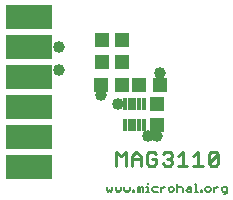
<source format=gts>
G75*
%MOIN*%
%OFA0B0*%
%FSLAX25Y25*%
%IPPOS*%
%LPD*%
%AMOC8*
5,1,8,0,0,1.08239X$1,22.5*
%
%ADD10C,0.00600*%
%ADD11C,0.00900*%
%ADD12R,0.01666X0.03950*%
%ADD13R,0.15800X0.08400*%
%ADD14R,0.04737X0.05131*%
%ADD15R,0.04934X0.05052*%
%ADD16R,0.05052X0.04934*%
%ADD17C,0.03975*%
D10*
X0046300Y0009034D02*
X0046734Y0008600D01*
X0047167Y0009034D01*
X0047601Y0008600D01*
X0048035Y0009034D01*
X0048035Y0010335D01*
X0049247Y0010335D02*
X0049247Y0009034D01*
X0049680Y0008600D01*
X0050114Y0009034D01*
X0050548Y0008600D01*
X0050981Y0009034D01*
X0050981Y0010335D01*
X0052193Y0010335D02*
X0052193Y0009034D01*
X0052627Y0008600D01*
X0053060Y0009034D01*
X0053494Y0008600D01*
X0053928Y0009034D01*
X0053928Y0010335D01*
X0055140Y0009034D02*
X0055573Y0009034D01*
X0055573Y0008600D01*
X0055140Y0008600D01*
X0055140Y0009034D01*
X0056613Y0008600D02*
X0056613Y0010335D01*
X0057047Y0010335D01*
X0057480Y0009901D01*
X0057914Y0010335D01*
X0058348Y0009901D01*
X0058348Y0008600D01*
X0057480Y0008600D02*
X0057480Y0009901D01*
X0059559Y0010335D02*
X0059993Y0010335D01*
X0059993Y0008600D01*
X0059559Y0008600D02*
X0060427Y0008600D01*
X0061524Y0009034D02*
X0061957Y0008600D01*
X0063258Y0008600D01*
X0064470Y0008600D02*
X0064470Y0010335D01*
X0065338Y0010335D02*
X0065771Y0010335D01*
X0065338Y0010335D02*
X0064470Y0009467D01*
X0063258Y0010335D02*
X0061957Y0010335D01*
X0061524Y0009901D01*
X0061524Y0009034D01*
X0059993Y0011202D02*
X0059993Y0011636D01*
X0066926Y0009901D02*
X0066926Y0009034D01*
X0067359Y0008600D01*
X0068227Y0008600D01*
X0068660Y0009034D01*
X0068660Y0009901D01*
X0068227Y0010335D01*
X0067359Y0010335D01*
X0066926Y0009901D01*
X0069872Y0009901D02*
X0070306Y0010335D01*
X0071173Y0010335D01*
X0071607Y0009901D01*
X0071607Y0008600D01*
X0072819Y0009034D02*
X0073252Y0009467D01*
X0074553Y0009467D01*
X0074553Y0009901D02*
X0074553Y0008600D01*
X0073252Y0008600D01*
X0072819Y0009034D01*
X0073252Y0010335D02*
X0074120Y0010335D01*
X0074553Y0009901D01*
X0075765Y0008600D02*
X0076633Y0008600D01*
X0076199Y0008600D02*
X0076199Y0011202D01*
X0075765Y0011202D01*
X0077730Y0009034D02*
X0078163Y0009034D01*
X0078163Y0008600D01*
X0077730Y0008600D01*
X0077730Y0009034D01*
X0079203Y0009034D02*
X0079636Y0008600D01*
X0080504Y0008600D01*
X0080938Y0009034D01*
X0080938Y0009901D01*
X0080504Y0010335D01*
X0079636Y0010335D01*
X0079203Y0009901D01*
X0079203Y0009034D01*
X0082149Y0009467D02*
X0083017Y0010335D01*
X0083450Y0010335D01*
X0084605Y0009901D02*
X0084605Y0009034D01*
X0085038Y0008600D01*
X0086340Y0008600D01*
X0086340Y0008166D02*
X0086340Y0010335D01*
X0085038Y0010335D01*
X0084605Y0009901D01*
X0086340Y0008166D02*
X0085906Y0007733D01*
X0085472Y0007733D01*
X0082149Y0008600D02*
X0082149Y0010335D01*
X0069872Y0011202D02*
X0069872Y0008600D01*
X0046300Y0009034D02*
X0046300Y0010335D01*
D11*
X0049450Y0017250D02*
X0049450Y0021954D01*
X0051018Y0020386D01*
X0052586Y0021954D01*
X0052586Y0017250D01*
X0054606Y0017250D02*
X0054606Y0020386D01*
X0056174Y0021954D01*
X0057742Y0020386D01*
X0057742Y0017250D01*
X0059763Y0018034D02*
X0060547Y0017250D01*
X0062115Y0017250D01*
X0062899Y0018034D01*
X0062899Y0019602D01*
X0061331Y0019602D01*
X0059763Y0021170D02*
X0059763Y0018034D01*
X0057742Y0019602D02*
X0054606Y0019602D01*
X0059763Y0021170D02*
X0060547Y0021954D01*
X0062115Y0021954D01*
X0062899Y0021170D01*
X0064919Y0021170D02*
X0065703Y0021954D01*
X0067271Y0021954D01*
X0068055Y0021170D01*
X0068055Y0020386D01*
X0067271Y0019602D01*
X0068055Y0018818D01*
X0068055Y0018034D01*
X0067271Y0017250D01*
X0065703Y0017250D01*
X0064919Y0018034D01*
X0066487Y0019602D02*
X0067271Y0019602D01*
X0070076Y0020386D02*
X0071644Y0021954D01*
X0071644Y0017250D01*
X0070076Y0017250D02*
X0073212Y0017250D01*
X0075232Y0017250D02*
X0078368Y0017250D01*
X0080388Y0018034D02*
X0083524Y0021170D01*
X0083524Y0018034D01*
X0082740Y0017250D01*
X0081172Y0017250D01*
X0080388Y0018034D01*
X0080388Y0021170D01*
X0081172Y0021954D01*
X0082740Y0021954D01*
X0083524Y0021170D01*
X0076800Y0021954D02*
X0076800Y0017250D01*
X0075232Y0020386D02*
X0076800Y0021954D01*
D12*
X0058650Y0030717D03*
X0057075Y0030717D03*
X0055500Y0030717D03*
X0053925Y0030717D03*
X0052350Y0030717D03*
X0052350Y0037883D03*
X0053925Y0037883D03*
X0055500Y0037883D03*
X0057075Y0037883D03*
X0058650Y0037883D03*
D13*
X0020500Y0016800D03*
X0020500Y0026800D03*
X0020500Y0036800D03*
X0020500Y0046800D03*
X0020500Y0056800D03*
X0020500Y0066800D03*
D14*
X0044654Y0059300D03*
X0051346Y0059300D03*
X0051346Y0051800D03*
X0044654Y0051800D03*
D15*
X0044555Y0044300D03*
X0051445Y0044300D03*
X0057055Y0044300D03*
X0063945Y0044300D03*
D16*
X0063000Y0037745D03*
X0063000Y0030855D03*
D17*
X0063000Y0027300D03*
X0060000Y0027300D03*
X0050000Y0037800D03*
X0044500Y0040800D03*
X0030500Y0049300D03*
X0030500Y0056800D03*
X0064000Y0048300D03*
M02*

</source>
